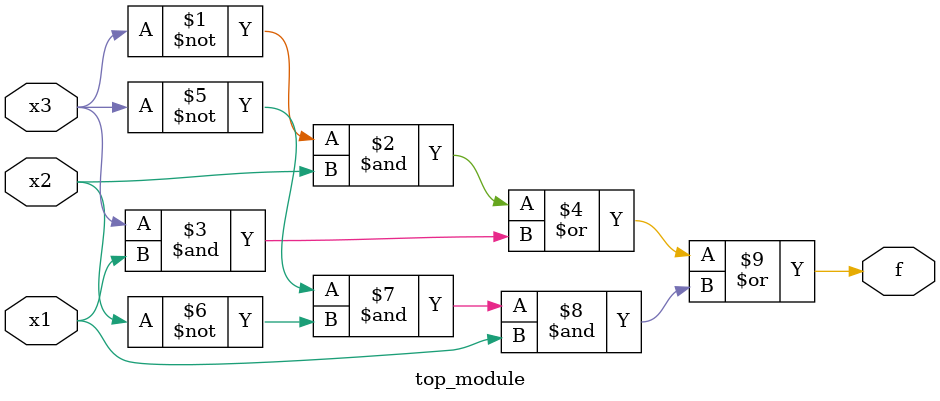
<source format=sv>
module top_module (
    input x3,
    input x2,
    input x1,
    output f
);
    assign f = (~x3 & x2) | (x3 & x1) | (~x3 & ~x2 & x1);
endmodule

</source>
